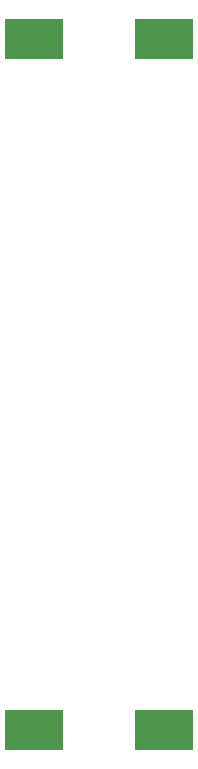
<source format=gbr>
%TF.GenerationSoftware,KiCad,Pcbnew,(6.0.11)*%
%TF.CreationDate,2024-12-29T21:24:03+02:00*%
%TF.ProjectId,LEDdice,4c454464-6963-4652-9e6b-696361645f70,rev?*%
%TF.SameCoordinates,Original*%
%TF.FileFunction,Paste,Bot*%
%TF.FilePolarity,Positive*%
%FSLAX46Y46*%
G04 Gerber Fmt 4.6, Leading zero omitted, Abs format (unit mm)*
G04 Created by KiCad (PCBNEW (6.0.11)) date 2024-12-29 21:24:03*
%MOMM*%
%LPD*%
G01*
G04 APERTURE LIST*
%ADD10R,5.000000X3.500000*%
G04 APERTURE END LIST*
D10*
%TO.C,U2*%
X177512500Y-54950000D03*
X177512500Y-113450000D03*
X166512500Y-113450000D03*
X166512500Y-54950000D03*
%TD*%
M02*

</source>
